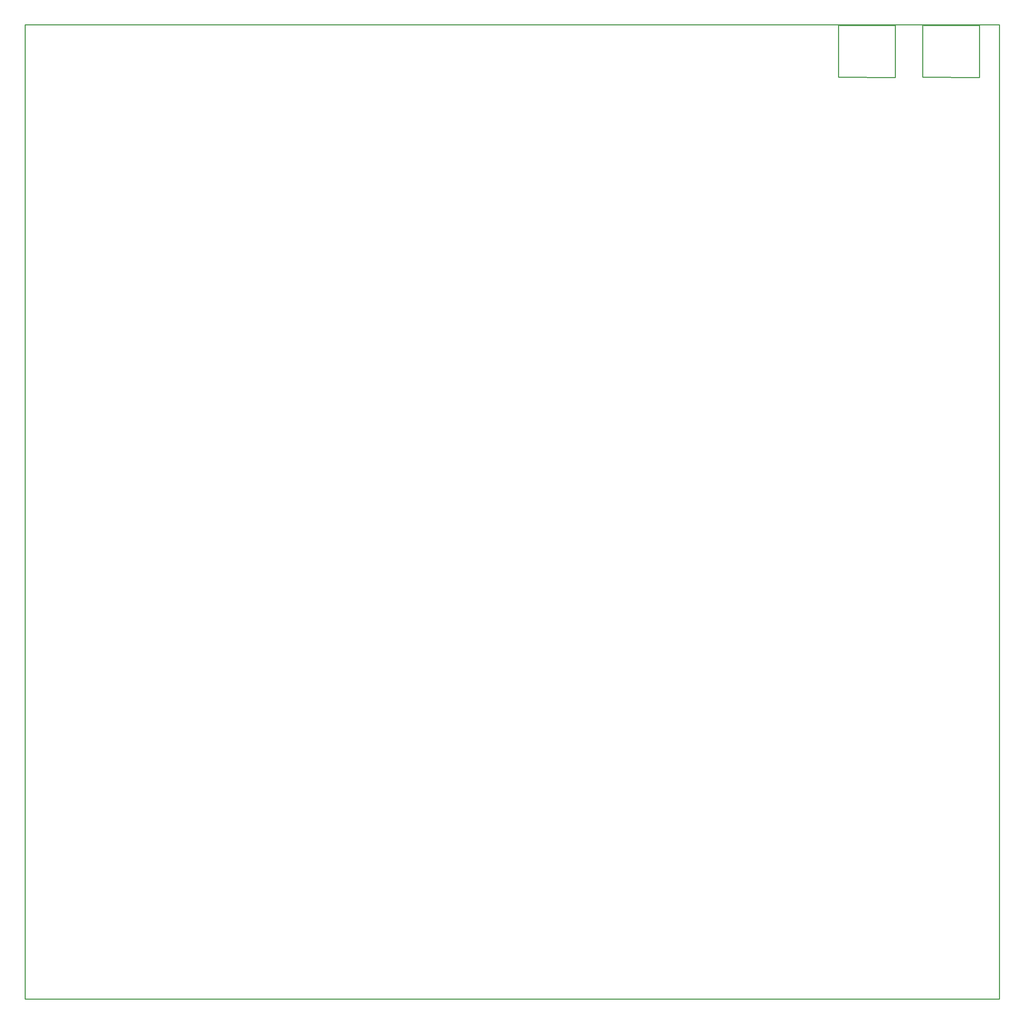
<source format=gko>
G04 Layer: BoardOutlineLayer*
G04 EasyEDA v6.5.46, 2024-11-29 12:55:24*
G04 028e3914a6f949ed9ca799ef75e4ed4f,10*
G04 Gerber Generator version 0.2*
G04 Scale: 100 percent, Rotated: No, Reflected: No *
G04 Dimensions in inches *
G04 leading zeros omitted , absolute positions ,3 integer and 6 decimal *
%FSLAX36Y36*%
%MOIN*%

%ADD10C,0.0100*%
D10*
X9606279Y-9606279D02*
G01*
X0Y-9606279D01*
X0Y-9606279D02*
G01*
X0Y0D01*
X0Y0D02*
G01*
X7547500Y0D01*
X9606300Y0D01*
X9606279Y0D02*
G01*
X9606279Y-9606279D01*
X8860000Y-5000D02*
G01*
X9411180Y-5000D01*
X9411180Y-516810D01*
X8850000Y-515000D01*
X8850000Y-5000D01*
X8030000Y-5000D02*
G01*
X8581180Y-5000D01*
X8581180Y-516810D01*
X8020000Y-515000D01*
X8020000Y-5000D01*

%LPD*%
M02*

</source>
